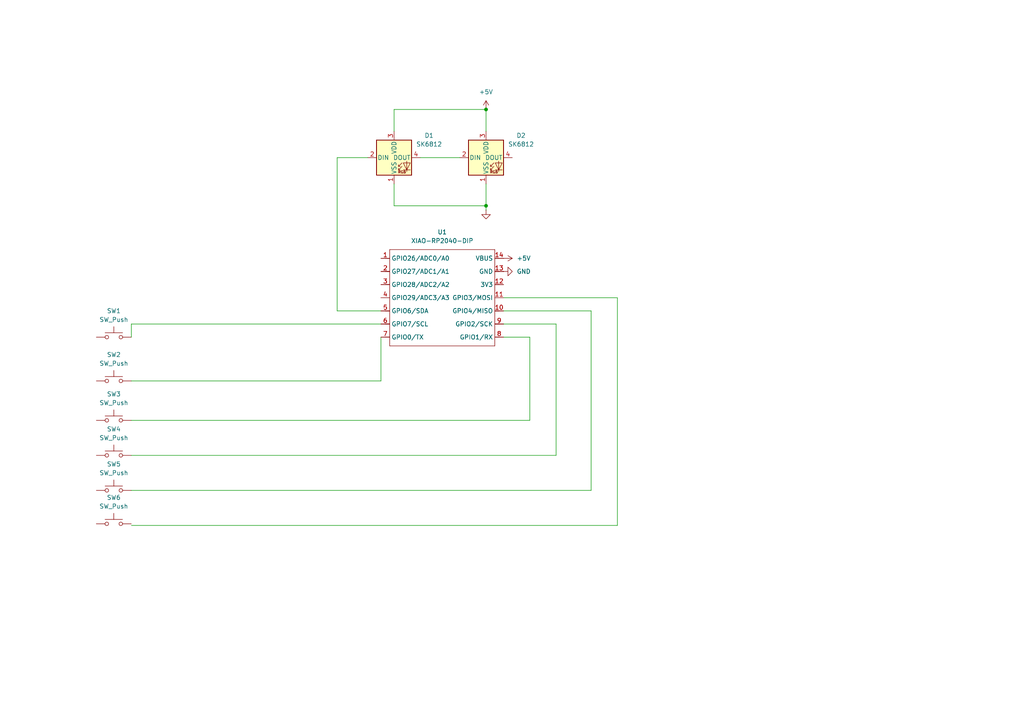
<source format=kicad_sch>
(kicad_sch (version 20250114) (generator "eeschema") (generator_version "9.0")
  (paper "A4")
  (lib_symbols
    (symbol "LED:SK6812" (pin_names (offset 0.254))
      (property "Reference" "D" (at 5.08 5.715 0))
      (property "Value" "SK6812" (at 1.27 -5.715 0))
      (symbol "SK6812_0_0"
        (text "RGB" (at 2.286 -4.191 0) (effects (font (size 0.762 0.762))))
      )
      (symbol "SK6812_0_1"
        (polyline (pts (xy 1.27 -2.54) (xy 1.778 -2.54)))
        (polyline (pts (xy 1.27 -3.556) (xy 1.778 -3.556)))
        (polyline (pts (xy 2.286 -1.524) (xy 1.27 -2.54) (xy 1.27 -2.032)))
        (polyline (pts (xy 2.286 -2.54) (xy 1.27 -3.556) (xy 1.27 -3.048)))
        (polyline (pts (xy 3.683 -1.016) (xy 3.683 -3.556) (xy 3.683 -4.064)))
        (polyline (pts (xy 4.699 -1.524) (xy 2.667 -1.524) (xy 3.683 -3.556) (xy 4.699 -1.524)))
        (polyline (pts (xy 4.699 -3.556) (xy 2.667 -3.556)))
        (rectangle (start 5.08 5.08) (end -5.08 -5.08) (stroke (width 0.254)) (fill (type background)))
      )
      (symbol "SK6812_1_1"
        (pin input line (at -7.62 0 0) (length 2.54) (name "DIN") (number "2"))
        (pin power_in line (at 0 7.62 270) (length 2.54) (name "VDD") (number "3"))
        (pin power_in line (at 0 -7.62 90) (length 2.54) (name "VSS") (number "1"))
        (pin output line (at 7.62 0 180) (length 2.54) (name "DOUT") (number "4"))
      )
    )
    (symbol "OPL Library:XIAO-RP2040-DIP"
      (property "Reference" "U" (at 0 0 0))
      (property "Value" "XIAO-RP2040-DIP" (at 5.334 -1.778 0))
      (symbol "XIAO-RP2040-DIP_1_0"
        (polyline (pts (xy -1.27 -2.54) (xy 29.21 -2.54)) (stroke (width 0.1524)))
        (polyline (pts (xy -1.27 -5.08) (xy -2.54 -5.08)) (stroke (width 0.1524)))
        (polyline (pts (xy -1.27 -5.08) (xy -1.27 -2.54)) (stroke (width 0.1524)))
        (polyline (pts (xy -1.27 -8.89) (xy -2.54 -8.89)) (stroke (width 0.1524)))
        (polyline (pts (xy -1.27 -8.89) (xy -1.27 -5.08)) (stroke (width 0.1524)))
        (polyline (pts (xy -1.27 -12.7) (xy -2.54 -12.7)) (stroke (width 0.1524)))
        (polyline (pts (xy -1.27 -12.7) (xy -1.27 -8.89)) (stroke (width 0.1524)))
        (polyline (pts (xy -1.27 -16.51) (xy -2.54 -16.51)) (stroke (width 0.1524)))
        (polyline (pts (xy -1.27 -16.51) (xy -1.27 -12.7)) (stroke (width 0.1524)))
        (polyline (pts (xy -1.27 -20.32) (xy -2.54 -20.32)) (stroke (width 0.1524)))
        (polyline (pts (xy -1.27 -24.13) (xy -2.54 -24.13)) (stroke (width 0.1524)))
        (polyline (pts (xy -1.27 -27.94) (xy -2.54 -27.94)) (stroke (width 0.1524)))
        (polyline (pts (xy -1.27 -30.48) (xy -1.27 -16.51)) (stroke (width 0.1524)))
        (polyline (pts (xy 29.21 -2.54) (xy 29.21 -5.08)) (stroke (width 0.1524)))
        (polyline (pts (xy 29.21 -5.08) (xy 29.21 -8.89)) (stroke (width 0.1524)))
        (polyline (pts (xy 29.21 -8.89) (xy 29.21 -12.7)) (stroke (width 0.1524)))
        (polyline (pts (xy 29.21 -12.7) (xy 29.21 -30.48)) (stroke (width 0.1524)))
        (polyline (pts (xy 29.21 -30.48) (xy -1.27 -30.48)) (stroke (width 0.1524)))
        (polyline (pts (xy 30.48 -5.08) (xy 29.21 -5.08)) (stroke (width 0.1524)))
        (polyline (pts (xy 30.48 -8.89) (xy 29.21 -8.89)) (stroke (width 0.1524)))
        (polyline (pts (xy 30.48 -12.7) (xy 29.21 -12.7)) (stroke (width 0.1524)))
        (polyline (pts (xy 30.48 -16.51) (xy 29.21 -16.51)) (stroke (width 0.1524)))
        (polyline (pts (xy 30.48 -20.32) (xy 29.21 -20.32)) (stroke (width 0.1524)))
        (polyline (pts (xy 30.48 -24.13) (xy 29.21 -24.13)) (stroke (width 0.1524)))
        (polyline (pts (xy 30.48 -27.94) (xy 29.21 -27.94)) (stroke (width 0.1524)))
        (pin passive line (at -3.81 -5.08 0) (length 2.54) (name "GPIO26/ADC0/A0") (number "1"))
        (pin passive line (at -3.81 -8.89 0) (length 2.54) (name "GPIO27/ADC1/A1") (number "2"))
        (pin passive line (at -3.81 -12.7 0) (length 2.54) (name "GPIO28/ADC2/A2") (number "3"))
        (pin passive line (at -3.81 -16.51 0) (length 2.54) (name "GPIO29/ADC3/A3") (number "4"))
        (pin passive line (at -3.81 -20.32 0) (length 2.54) (name "GPIO6/SDA") (number "5"))
        (pin passive line (at -3.81 -24.13 0) (length 2.54) (name "GPIO7/SCL") (number "6"))
        (pin passive line (at -3.81 -27.94 0) (length 2.54) (name "GPIO0/TX") (number "7"))
        (pin passive line (at 31.75 -5.08 180) (length 2.54) (name "VBUS") (number "14"))
        (pin passive line (at 31.75 -8.89 180) (length 2.54) (name "GND") (number "13"))
        (pin passive line (at 31.75 -12.7 180) (length 2.54) (name "3V3") (number "12"))
        (pin passive line (at 31.75 -16.51 180) (length 2.54) (name "GPIO3/MOSI") (number "11"))
        (pin passive line (at 31.75 -20.32 180) (length 2.54) (name "GPIO4/MISO") (number "10"))
        (pin passive line (at 31.75 -24.13 180) (length 2.54) (name "GPIO2/SCK") (number "9"))
        (pin passive line (at 31.75 -27.94 180) (length 2.54) (name "GPIO1/RX") (number "8"))
      )
    )
    (symbol "Switch:SW_Push" (pin_numbers (hide yes)) (pin_names (offset 1.016) (hide yes))
      (property "Reference" "SW" (at 1.27 2.54 0))
      (property "Value" "SW_Push" (at 0 -1.524 0))
      (symbol "SW_Push_0_1"
        (circle (center -2.032 0) (radius 0.508))
        (polyline (pts (xy 0 1.27) (xy 0 3.048)))
        (circle (center 2.032 0) (radius 0.508))
        (polyline (pts (xy 2.54 1.27) (xy -2.54 1.27)))
        (pin passive line (at -5.08 0 0) (length 2.54) (name "1") (number "1"))
        (pin passive line (at 5.08 0 180) (length 2.54) (name "2") (number "2"))
      )
    )
    (symbol "power:+5V" (power) (pin_numbers (hide yes)) (pin_names (offset 0) (hide yes))
      (property "Value" "+5V" (at 0 3.556 0))
      (symbol "+5V_0_1"
        (polyline (pts (xy -0.762 1.27) (xy 0 2.54)))
        (polyline (pts (xy 0 2.54) (xy 0.762 1.27)))
        (polyline (pts (xy 0 0) (xy 0 2.54)))
      )
      (symbol "+5V_1_1"
        (pin power_in line (at 0 0 90) (length 0) (name "~") (number "1"))
      )
    )
    (symbol "power:GND" (power) (pin_numbers (hide yes)) (pin_names (offset 0) (hide yes))
      (property "Value" "GND" (at 0 -3.81 0))
      (symbol "GND_0_1"
        (polyline (pts (xy 0 0) (xy 0 -1.27) (xy 1.27 -1.27) (xy 0 -2.54) (xy -1.27 -1.27) (xy 0 -1.27)))
      )
      (symbol "GND_1_1"
        (pin power_in line (at 0 0 270) (length 0) (name "~") (number "1"))
      )
    )
  )
  (junction (at 140.97 59.69))
  (junction (at 140.97 31.75))
  (wire (pts (xy 97.79 90.17) (xy 110.49 90.17)))
  (wire (pts (xy 153.67 121.92) (xy 38.1 121.92)))
  (wire (pts (xy 140.97 59.69) (xy 140.97 53.34)))
  (wire (pts (xy 38.1 93.98) (xy 38.1 97.79)))
  (wire (pts (xy 110.49 93.98) (xy 38.1 93.98)))
  (wire (pts (xy 110.49 97.79) (xy 110.49 110.49)))
  (wire (pts (xy 171.45 142.24) (xy 38.1 142.24)))
  (wire (pts (xy 110.49 110.49) (xy 38.1 110.49)))
  (wire (pts (xy 161.29 93.98) (xy 161.29 132.08)))
  (wire (pts (xy 114.3 31.75) (xy 140.97 31.75)))
  (wire (pts (xy 171.45 90.17) (xy 171.45 142.24)))
  (wire (pts (xy 161.29 132.08) (xy 38.1 132.08)))
  (wire (pts (xy 179.07 86.36) (xy 146.05 86.36)))
  (wire (pts (xy 153.67 97.79) (xy 153.67 121.92)))
  (wire (pts (xy 38.1 152.4) (xy 179.07 152.4)))
  (wire (pts (xy 179.07 152.4) (xy 179.07 86.36)))
  (wire (pts (xy 146.05 93.98) (xy 161.29 93.98)))
  (wire (pts (xy 146.05 97.79) (xy 153.67 97.79)))
  (wire (pts (xy 114.3 38.1) (xy 114.3 31.75)))
  (wire (pts (xy 121.92 45.72) (xy 133.35 45.72)))
  (wire (pts (xy 146.05 90.17) (xy 171.45 90.17)))
  (wire (pts (xy 140.97 31.75) (xy 140.97 38.1)))
  (wire (pts (xy 106.68 45.72) (xy 97.79 45.72)))
  (wire (pts (xy 140.97 60.96) (xy 140.97 59.69)))
  (wire (pts (xy 114.3 59.69) (xy 140.97 59.69)))
  (wire (pts (xy 114.3 53.34) (xy 114.3 59.69)))
  (wire (pts (xy 97.79 45.72) (xy 97.79 90.17)))
  (symbol (lib_id "LED:SK6812") (at 114.3 45.72 0) (unit 1)
    (property "Reference" "D1" (at 124.46 39.2998 0))
    (property "Value" "SK6812" (at 124.46 41.8398 0))
    (property "Footprint" "LED_SMD:LED_SK6812_PLCC4_5.0x5.0mm_P3.2mm" (effects (hide yes)))
    (property "Datasheet" "https://cdn-shop.adafruit.com/product-files/1138/SK6812+LED+datasheet+.pdf" (effects (hide yes)))
    (property "Description" "RGB LED with integrated controller" (effects (hide yes)))
  )
  (symbol (lib_id "LED:SK6812") (at 140.97 45.72 0) (unit 1)
    (property "Reference" "D2" (at 151.13 39.2998 0))
    (property "Value" "SK6812" (at 151.13 41.8398 0))
    (property "Footprint" "LED_SMD:LED_SK6812_PLCC4_5.0x5.0mm_P3.2mm" (effects (hide yes)))
    (property "Datasheet" "https://cdn-shop.adafruit.com/product-files/1138/SK6812+LED+datasheet+.pdf" (effects (hide yes)))
    (property "Description" "RGB LED with integrated controller" (effects (hide yes)))
  )
  (symbol (lib_id "Switch:SW_Push") (at 33.0005 151.93 0) (unit 1)
    (property "Reference" "SW6" (at 33.0005 144.31 0))
    (property "Value" "SW_Push" (at 33.0005 146.85 0))
    (property "Footprint" "Button_Switch_Keyboard:SW_Cherry_MX_1.00u_PCB" (effects (hide yes)))
    (property "Description" "Push button switch, generic, two pins" (effects (hide yes)))
  )
  (symbol (lib_id "power:GND") (at 146.05 78.74 90) (unit 1)
    (property "Reference" "#PWR02" (effects (hide yes)))
    (property "Value" "GND" (at 149.86 78.7399 90) (effects (justify right)))
    (property "Description" "Power symbol creates a global label with name \"GND\" , ground" (effects (hide yes)))
  )
  (symbol (lib_id "power:+5V") (at 146.05 74.93 270) (unit 1)
    (property "Reference" "#PWR01" (effects (hide yes)))
    (property "Value" "+5V" (at 149.86 74.9299 90) (effects (justify left)))
    (property "Description" "Power symbol creates a global label with name \"+5V\"" (effects (hide yes)))
  )
  (symbol (lib_id "Switch:SW_Push") (at 33.02 110.49 0) (unit 1)
    (property "Reference" "SW2" (at 33.02 102.87 0))
    (property "Value" "SW_Push" (at 33.02 105.41 0))
    (property "Footprint" "Button_Switch_Keyboard:SW_Cherry_MX_1.00u_PCB" (effects (hide yes)))
    (property "Description" "Push button switch, generic, two pins" (effects (hide yes)))
  )
  (symbol (lib_id "OPL Library:XIAO-RP2040-DIP") (at 114.3 69.85 0) (unit 1)
    (property "Reference" "U1" (at 128.27 67.31 0))
    (property "Value" "XIAO-RP2040-DIP" (at 128.27 69.85 0))
    (property "Footprint" "OPL Lib:XIAO-RP2040-DIP" (effects (hide yes)))
  )
  (symbol (lib_id "Switch:SW_Push") (at 33.02 142.24 0) (unit 1)
    (property "Reference" "SW5" (at 33.02 134.62 0))
    (property "Value" "SW_Push" (at 33.02 137.16 0))
    (property "Footprint" "Button_Switch_Keyboard:SW_Cherry_MX_1.00u_PCB" (effects (hide yes)))
    (property "Description" "Push button switch, generic, two pins" (effects (hide yes)))
  )
  (symbol (lib_id "power:+5V") (at 140.97 31.75 0) (unit 1)
    (property "Reference" "#PWR04" (effects (hide yes)))
    (property "Value" "+5V" (at 140.97 26.67 0))
    (property "Description" "Power symbol creates a global label with name \"+5V\"" (effects (hide yes)))
  )
  (symbol (lib_id "Switch:SW_Push") (at 33.02 121.92 0) (unit 1)
    (property "Reference" "SW3" (at 33.02 114.3 0))
    (property "Value" "SW_Push" (at 33.02 116.84 0))
    (property "Footprint" "Button_Switch_Keyboard:SW_Cherry_MX_1.00u_PCB" (effects (hide yes)))
    (property "Description" "Push button switch, generic, two pins" (effects (hide yes)))
  )
  (symbol (lib_id "power:GND") (at 140.97 60.96 0) (unit 1)
    (property "Reference" "#PWR03" (effects (hide yes)))
    (property "Value" "GND" (effects (hide yes)))
    (property "Description" "Power symbol creates a global label with name \"GND\" , ground" (effects (hide yes)))
  )
  (symbol (lib_id "Switch:SW_Push") (at 33.02 132.08 0) (unit 1)
    (property "Reference" "SW4" (at 33.02 124.46 0))
    (property "Value" "SW_Push" (at 33.02 127 0))
    (property "Footprint" "Button_Switch_Keyboard:SW_Cherry_MX_1.00u_PCB" (effects (hide yes)))
    (property "Description" "Push button switch, generic, two pins" (effects (hide yes)))
  )
  (symbol (lib_id "Switch:SW_Push") (at 33.02 97.79 0) (unit 1)
    (property "Reference" "SW1" (at 33.02 90.17 0))
    (property "Value" "SW_Push" (at 33.02 92.71 0))
    (property "Footprint" "Button_Switch_Keyboard:SW_Cherry_MX_1.00u_PCB" (effects (hide yes)))
    (property "Description" "Push button switch, generic, two pins" (effects (hide yes)))
  )
)
</source>
